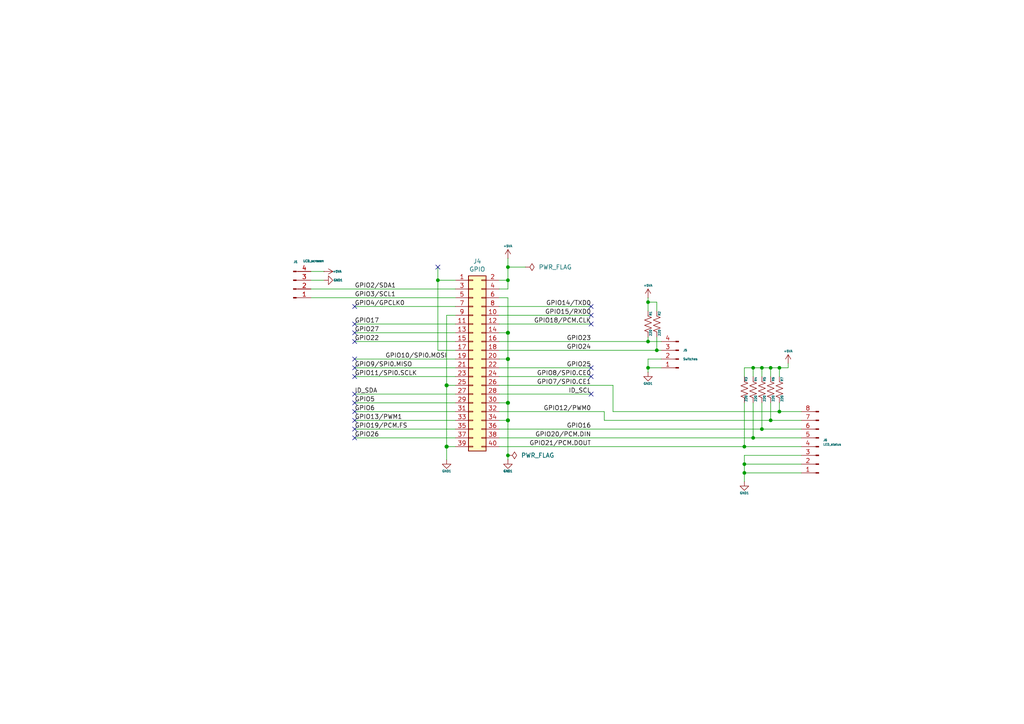
<source format=kicad_sch>
(kicad_sch (version 20231120) (generator "eeschema") (generator_version "8.0")
  (paper "A4")
  (lib_symbols
    (symbol "Connector:Conn_01x04_Pin" (pin_names (offset 1.016) hide)
      (property "Reference" "J" (at 0 5.08 0))
      (property "Value" "Conn_01x04_Pin" (at 0 -7.62 0))
      (symbol "Conn_01x04_Pin_1_1"
        (polyline (pts (xy 1.27 -5.08) (xy 0.8636 -5.08)) (stroke (width 0.1524)))
        (polyline (pts (xy 1.27 -2.54) (xy 0.8636 -2.54)) (stroke (width 0.1524)))
        (polyline (pts (xy 1.27 0) (xy 0.8636 0)) (stroke (width 0.1524)))
        (polyline (pts (xy 1.27 2.54) (xy 0.8636 2.54)) (stroke (width 0.1524)))
        (rectangle (start 0.8636 -4.953) (end 0 -5.207) (stroke (width 0.1524)) (fill (type outline)))
        (rectangle (start 0.8636 -2.413) (end 0 -2.667) (stroke (width 0.1524)) (fill (type outline)))
        (rectangle (start 0.8636 0.127) (end 0 -0.127) (stroke (width 0.1524)) (fill (type outline)))
        (rectangle (start 0.8636 2.667) (end 0 2.413) (stroke (width 0.1524)) (fill (type outline)))
        (pin passive line (at 5.08 2.54 180) (length 3.81) (name "Pin_1") (number "1"))
        (pin passive line (at 5.08 0 180) (length 3.81) (name "Pin_2") (number "2"))
        (pin passive line (at 5.08 -2.54 180) (length 3.81) (name "Pin_3") (number "3"))
        (pin passive line (at 5.08 -5.08 180) (length 3.81) (name "Pin_4") (number "4"))
      )
    )
    (symbol "Connector:Conn_01x08_Pin" (pin_names (offset 1.016) hide)
      (property "Reference" "J" (at 0 10.16 0))
      (property "Value" "Conn_01x08_Pin" (at 0 -12.7 0))
      (symbol "Conn_01x08_Pin_1_1"
        (polyline (pts (xy 1.27 -10.16) (xy 0.8636 -10.16)) (stroke (width 0.1524)))
        (polyline (pts (xy 1.27 -7.62) (xy 0.8636 -7.62)) (stroke (width 0.1524)))
        (polyline (pts (xy 1.27 -5.08) (xy 0.8636 -5.08)) (stroke (width 0.1524)))
        (polyline (pts (xy 1.27 -2.54) (xy 0.8636 -2.54)) (stroke (width 0.1524)))
        (polyline (pts (xy 1.27 0) (xy 0.8636 0)) (stroke (width 0.1524)))
        (polyline (pts (xy 1.27 2.54) (xy 0.8636 2.54)) (stroke (width 0.1524)))
        (polyline (pts (xy 1.27 5.08) (xy 0.8636 5.08)) (stroke (width 0.1524)))
        (polyline (pts (xy 1.27 7.62) (xy 0.8636 7.62)) (stroke (width 0.1524)))
        (rectangle (start 0.8636 -10.033) (end 0 -10.287) (stroke (width 0.1524)) (fill (type outline)))
        (rectangle (start 0.8636 -7.493) (end 0 -7.747) (stroke (width 0.1524)) (fill (type outline)))
        (rectangle (start 0.8636 -4.953) (end 0 -5.207) (stroke (width 0.1524)) (fill (type outline)))
        (rectangle (start 0.8636 -2.413) (end 0 -2.667) (stroke (width 0.1524)) (fill (type outline)))
        (rectangle (start 0.8636 0.127) (end 0 -0.127) (stroke (width 0.1524)) (fill (type outline)))
        (rectangle (start 0.8636 2.667) (end 0 2.413) (stroke (width 0.1524)) (fill (type outline)))
        (rectangle (start 0.8636 5.207) (end 0 4.953) (stroke (width 0.1524)) (fill (type outline)))
        (rectangle (start 0.8636 7.747) (end 0 7.493) (stroke (width 0.1524)) (fill (type outline)))
        (pin passive line (at 5.08 7.62 180) (length 3.81) (name "Pin_1") (number "1"))
        (pin passive line (at 5.08 5.08 180) (length 3.81) (name "Pin_2") (number "2"))
        (pin passive line (at 5.08 2.54 180) (length 3.81) (name "Pin_3") (number "3"))
        (pin passive line (at 5.08 0 180) (length 3.81) (name "Pin_4") (number "4"))
        (pin passive line (at 5.08 -2.54 180) (length 3.81) (name "Pin_5") (number "5"))
        (pin passive line (at 5.08 -5.08 180) (length 3.81) (name "Pin_6") (number "6"))
        (pin passive line (at 5.08 -7.62 180) (length 3.81) (name "Pin_7") (number "7"))
        (pin passive line (at 5.08 -10.16 180) (length 3.81) (name "Pin_8") (number "8"))
      )
    )
    (symbol "Connector_Generic:Conn_02x20_Odd_Even" (pin_names (offset 1.016) hide)
      (property "Reference" "J" (at 1.27 25.4 0))
      (property "Value" "Conn_02x20_Odd_Even" (at 1.27 -27.94 0))
      (symbol "Conn_02x20_Odd_Even_1_1"
        (rectangle (start -1.27 -25.273) (end 0 -25.527) (stroke (width 0.1524)))
        (rectangle (start -1.27 -22.733) (end 0 -22.987) (stroke (width 0.1524)))
        (rectangle (start -1.27 -20.193) (end 0 -20.447) (stroke (width 0.1524)))
        (rectangle (start -1.27 -17.653) (end 0 -17.907) (stroke (width 0.1524)))
        (rectangle (start -1.27 -15.113) (end 0 -15.367) (stroke (width 0.1524)))
        (rectangle (start -1.27 -12.573) (end 0 -12.827) (stroke (width 0.1524)))
        (rectangle (start -1.27 -10.033) (end 0 -10.287) (stroke (width 0.1524)))
        (rectangle (start -1.27 -7.493) (end 0 -7.747) (stroke (width 0.1524)))
        (rectangle (start -1.27 -4.953) (end 0 -5.207) (stroke (width 0.1524)))
        (rectangle (start -1.27 -2.413) (end 0 -2.667) (stroke (width 0.1524)))
        (rectangle (start -1.27 0.127) (end 0 -0.127) (stroke (width 0.1524)))
        (rectangle (start -1.27 2.667) (end 0 2.413) (stroke (width 0.1524)))
        (rectangle (start -1.27 5.207) (end 0 4.953) (stroke (width 0.1524)))
        (rectangle (start -1.27 7.747) (end 0 7.493) (stroke (width 0.1524)))
        (rectangle (start -1.27 10.287) (end 0 10.033) (stroke (width 0.1524)))
        (rectangle (start -1.27 12.827) (end 0 12.573) (stroke (width 0.1524)))
        (rectangle (start -1.27 15.367) (end 0 15.113) (stroke (width 0.1524)))
        (rectangle (start -1.27 17.907) (end 0 17.653) (stroke (width 0.1524)))
        (rectangle (start -1.27 20.447) (end 0 20.193) (stroke (width 0.1524)))
        (rectangle (start -1.27 22.987) (end 0 22.733) (stroke (width 0.1524)))
        (rectangle (start -1.27 24.13) (end 3.81 -26.67) (stroke (width 0.254)) (fill (type background)))
        (rectangle (start 3.81 -25.273) (end 2.54 -25.527) (stroke (width 0.1524)))
        (rectangle (start 3.81 -22.733) (end 2.54 -22.987) (stroke (width 0.1524)))
        (rectangle (start 3.81 -20.193) (end 2.54 -20.447) (stroke (width 0.1524)))
        (rectangle (start 3.81 -17.653) (end 2.54 -17.907) (stroke (width 0.1524)))
        (rectangle (start 3.81 -15.113) (end 2.54 -15.367) (stroke (width 0.1524)))
        (rectangle (start 3.81 -12.573) (end 2.54 -12.827) (stroke (width 0.1524)))
        (rectangle (start 3.81 -10.033) (end 2.54 -10.287) (stroke (width 0.1524)))
        (rectangle (start 3.81 -7.493) (end 2.54 -7.747) (stroke (width 0.1524)))
        (rectangle (start 3.81 -4.953) (end 2.54 -5.207) (stroke (width 0.1524)))
        (rectangle (start 3.81 -2.413) (end 2.54 -2.667) (stroke (width 0.1524)))
        (rectangle (start 3.81 0.127) (end 2.54 -0.127) (stroke (width 0.1524)))
        (rectangle (start 3.81 2.667) (end 2.54 2.413) (stroke (width 0.1524)))
        (rectangle (start 3.81 5.207) (end 2.54 4.953) (stroke (width 0.1524)))
        (rectangle (start 3.81 7.747) (end 2.54 7.493) (stroke (width 0.1524)))
        (rectangle (start 3.81 10.287) (end 2.54 10.033) (stroke (width 0.1524)))
        (rectangle (start 3.81 12.827) (end 2.54 12.573) (stroke (width 0.1524)))
        (rectangle (start 3.81 15.367) (end 2.54 15.113) (stroke (width 0.1524)))
        (rectangle (start 3.81 17.907) (end 2.54 17.653) (stroke (width 0.1524)))
        (rectangle (start 3.81 20.447) (end 2.54 20.193) (stroke (width 0.1524)))
        (rectangle (start 3.81 22.987) (end 2.54 22.733) (stroke (width 0.1524)))
        (pin passive line (at -5.08 22.86 0) (length 3.81) (name "Pin_1") (number "1"))
        (pin passive line (at 7.62 12.7 180) (length 3.81) (name "Pin_10") (number "10"))
        (pin passive line (at -5.08 10.16 0) (length 3.81) (name "Pin_11") (number "11"))
        (pin passive line (at 7.62 10.16 180) (length 3.81) (name "Pin_12") (number "12"))
        (pin passive line (at -5.08 7.62 0) (length 3.81) (name "Pin_13") (number "13"))
        (pin passive line (at 7.62 7.62 180) (length 3.81) (name "Pin_14") (number "14"))
        (pin passive line (at -5.08 5.08 0) (length 3.81) (name "Pin_15") (number "15"))
        (pin passive line (at 7.62 5.08 180) (length 3.81) (name "Pin_16") (number "16"))
        (pin passive line (at -5.08 2.54 0) (length 3.81) (name "Pin_17") (number "17"))
        (pin passive line (at 7.62 2.54 180) (length 3.81) (name "Pin_18") (number "18"))
        (pin passive line (at -5.08 0 0) (length 3.81) (name "Pin_19") (number "19"))
        (pin passive line (at 7.62 22.86 180) (length 3.81) (name "Pin_2") (number "2"))
        (pin passive line (at 7.62 0 180) (length 3.81) (name "Pin_20") (number "20"))
        (pin passive line (at -5.08 -2.54 0) (length 3.81) (name "Pin_21") (number "21"))
        (pin passive line (at 7.62 -2.54 180) (length 3.81) (name "Pin_22") (number "22"))
        (pin passive line (at -5.08 -5.08 0) (length 3.81) (name "Pin_23") (number "23"))
        (pin passive line (at 7.62 -5.08 180) (length 3.81) (name "Pin_24") (number "24"))
        (pin passive line (at -5.08 -7.62 0) (length 3.81) (name "Pin_25") (number "25"))
        (pin passive line (at 7.62 -7.62 180) (length 3.81) (name "Pin_26") (number "26"))
        (pin passive line (at -5.08 -10.16 0) (length 3.81) (name "Pin_27") (number "27"))
        (pin passive line (at 7.62 -10.16 180) (length 3.81) (name "Pin_28") (number "28"))
        (pin passive line (at -5.08 -12.7 0) (length 3.81) (name "Pin_29") (number "29"))
        (pin passive line (at -5.08 20.32 0) (length 3.81) (name "Pin_3") (number "3"))
        (pin passive line (at 7.62 -12.7 180) (length 3.81) (name "Pin_30") (number "30"))
        (pin passive line (at -5.08 -15.24 0) (length 3.81) (name "Pin_31") (number "31"))
        (pin passive line (at 7.62 -15.24 180) (length 3.81) (name "Pin_32") (number "32"))
        (pin passive line (at -5.08 -17.78 0) (length 3.81) (name "Pin_33") (number "33"))
        (pin passive line (at 7.62 -17.78 180) (length 3.81) (name "Pin_34") (number "34"))
        (pin passive line (at -5.08 -20.32 0) (length 3.81) (name "Pin_35") (number "35"))
        (pin passive line (at 7.62 -20.32 180) (length 3.81) (name "Pin_36") (number "36"))
        (pin passive line (at -5.08 -22.86 0) (length 3.81) (name "Pin_37") (number "37"))
        (pin passive line (at 7.62 -22.86 180) (length 3.81) (name "Pin_38") (number "38"))
        (pin passive line (at -5.08 -25.4 0) (length 3.81) (name "Pin_39") (number "39"))
        (pin passive line (at 7.62 20.32 180) (length 3.81) (name "Pin_4") (number "4"))
        (pin passive line (at 7.62 -25.4 180) (length 3.81) (name "Pin_40") (number "40"))
        (pin passive line (at -5.08 17.78 0) (length 3.81) (name "Pin_5") (number "5"))
        (pin passive line (at 7.62 17.78 180) (length 3.81) (name "Pin_6") (number "6"))
        (pin passive line (at -5.08 15.24 0) (length 3.81) (name "Pin_7") (number "7"))
        (pin passive line (at 7.62 15.24 180) (length 3.81) (name "Pin_8") (number "8"))
        (pin passive line (at -5.08 12.7 0) (length 3.81) (name "Pin_9") (number "9"))
      )
    )
    (symbol "Device:R_US" (pin_numbers hide) (pin_names (offset 0))
      (property "Reference" "R" (at 2.54 0 90))
      (property "Value" "R_US" (at -2.54 0 90))
      (symbol "R_US_0_1"
        (polyline (pts (xy 0 -2.286) (xy 0 -2.54)))
        (polyline (pts (xy 0 2.286) (xy 0 2.54)))
        (polyline (pts (xy 0 -0.762) (xy 1.016 -1.143) (xy 0 -1.524) (xy -1.016 -1.905) (xy 0 -2.286)))
        (polyline (pts (xy 0 0.762) (xy 1.016 0.381) (xy 0 0) (xy -1.016 -0.381) (xy 0 -0.762)))
        (polyline (pts (xy 0 2.286) (xy 1.016 1.905) (xy 0 1.524) (xy -1.016 1.143) (xy 0 0.762)))
      )
      (symbol "R_US_1_1"
        (pin passive line (at 0 3.81 270) (length 1.27) (name "~") (number "1"))
        (pin passive line (at 0 -3.81 90) (length 1.27) (name "~") (number "2"))
      )
    )
    (symbol "power:+5VA" (power) (pin_numbers hide) (pin_names (offset 0) hide)
      (property "Value" "+5VA" (at 0 3.556 0))
      (symbol "+5VA_0_1"
        (polyline (pts (xy -0.762 1.27) (xy 0 2.54)))
        (polyline (pts (xy 0 0) (xy 0 2.54)))
        (polyline (pts (xy 0 2.54) (xy 0.762 1.27)))
      )
      (symbol "+5VA_1_1"
        (pin power_in line (at 0 0 90) (length 0) (name "~") (number "1"))
      )
    )
    (symbol "power:GND1" (power) (pin_numbers hide) (pin_names (offset 0) hide)
      (property "Value" "GND1" (at 0 -3.81 0))
      (symbol "GND1_0_1"
        (polyline (pts (xy 0 0) (xy 0 -1.27) (xy 1.27 -1.27) (xy 0 -2.54) (xy -1.27 -1.27) (xy 0 -1.27)))
      )
      (symbol "GND1_1_1"
        (pin power_in line (at 0 0 270) (length 0) (name "~") (number "1"))
      )
    )
    (symbol "power:PWR_FLAG" (power) (pin_numbers hide) (pin_names (offset 0) hide)
      (property "Value" "PWR_FLAG" (at 0 3.81 0))
      (symbol "PWR_FLAG_0_0"
        (pin power_out line (at 0 0 90) (length 0) (name "~") (number "1"))
      )
      (symbol "PWR_FLAG_0_1"
        (polyline (pts (xy 0 0) (xy 0 1.27) (xy -1.016 1.905) (xy 0 2.54) (xy 1.016 1.905) (xy 0 1.27)))
      )
    )
  )
  (junction (at 223.52 106.68))
  (junction (at 218.44 127))
  (junction (at 129.54 129.54) (diameter 1.016))
  (junction (at 147.32 77.47))
  (junction (at 190.5 101.6))
  (junction (at 223.52 121.92))
  (junction (at 220.98 106.68))
  (junction (at 147.32 121.92) (diameter 1.016))
  (junction (at 187.96 99.06))
  (junction (at 215.9 137.16))
  (junction (at 127 81.28))
  (junction (at 129.54 111.76) (diameter 1.016))
  (junction (at 187.96 87.63))
  (junction (at 187.96 106.68))
  (junction (at 147.32 104.14) (diameter 1.016))
  (junction (at 218.44 106.68))
  (junction (at 226.06 119.38))
  (junction (at 226.06 106.68))
  (junction (at 215.9 129.54))
  (junction (at 220.98 124.46))
  (junction (at 147.32 116.84) (diameter 1.016))
  (junction (at 215.9 134.62))
  (junction (at 147.32 81.28))
  (junction (at 147.32 96.52) (diameter 1.016))
  (junction (at 147.32 132.08))
  (no_connect (at 102.87 119.38))
  (no_connect (at 171.45 93.98))
  (no_connect (at 102.87 124.46))
  (no_connect (at 171.45 106.68))
  (no_connect (at 102.87 96.52))
  (no_connect (at 171.45 91.44))
  (no_connect (at 102.87 93.98))
  (no_connect (at 102.87 106.68))
  (no_connect (at 102.87 127))
  (no_connect (at 127 77.47))
  (no_connect (at 102.87 88.9))
  (no_connect (at 102.87 99.06))
  (no_connect (at 102.87 114.3))
  (no_connect (at 171.45 109.22))
  (no_connect (at 102.87 121.92))
  (no_connect (at 171.45 114.3))
  (no_connect (at 171.45 88.9))
  (no_connect (at 102.87 109.22))
  (no_connect (at 102.87 104.14))
  (no_connect (at 102.87 116.84))
  (wire (pts (xy 129.54 91.44) (xy 132.08 91.44)))
  (wire (pts (xy 215.9 134.62) (xy 215.9 137.16)))
  (wire (pts (xy 129.54 111.76) (xy 132.08 111.76)))
  (wire (pts (xy 215.9 106.68) (xy 215.9 109.22)))
  (wire (pts (xy 129.54 91.44) (xy 129.54 111.76)))
  (wire (pts (xy 102.87 127) (xy 132.08 127)))
  (wire (pts (xy 175.26 121.92) (xy 175.26 119.38)))
  (wire (pts (xy 144.78 99.06) (xy 187.96 99.06)))
  (wire (pts (xy 132.08 101.6) (xy 127 101.6)))
  (wire (pts (xy 102.87 124.46) (xy 132.08 124.46)))
  (wire (pts (xy 191.77 104.14) (xy 187.96 104.14)))
  (wire (pts (xy 187.96 99.06) (xy 191.77 99.06)))
  (wire (pts (xy 147.32 83.82) (xy 144.78 83.82)))
  (wire (pts (xy 144.78 106.68) (xy 171.45 106.68)))
  (wire (pts (xy 147.32 77.47) (xy 147.32 81.28)))
  (wire (pts (xy 147.32 116.84) (xy 147.32 121.92)))
  (wire (pts (xy 190.5 101.6) (xy 191.77 101.6)))
  (wire (pts (xy 187.96 106.68) (xy 191.77 106.68)))
  (wire (pts (xy 226.06 116.84) (xy 226.06 119.38)))
  (wire (pts (xy 215.9 116.84) (xy 215.9 129.54)))
  (wire (pts (xy 218.44 127) (xy 232.41 127)))
  (wire (pts (xy 187.96 86.36) (xy 187.96 87.63)))
  (wire (pts (xy 218.44 106.68) (xy 218.44 109.22)))
  (wire (pts (xy 215.9 137.16) (xy 215.9 139.7)))
  (wire (pts (xy 90.17 83.82) (xy 132.08 83.82)))
  (wire (pts (xy 187.96 87.63) (xy 187.96 90.17)))
  (wire (pts (xy 218.44 116.84) (xy 218.44 127)))
  (wire (pts (xy 220.98 106.68) (xy 220.98 109.22)))
  (wire (pts (xy 144.78 129.54) (xy 215.9 129.54)))
  (wire (pts (xy 228.6 105.41) (xy 228.6 106.68)))
  (wire (pts (xy 215.9 134.62) (xy 232.41 134.62)))
  (wire (pts (xy 177.8 119.38) (xy 226.06 119.38)))
  (wire (pts (xy 147.32 74.93) (xy 147.32 77.47)))
  (wire (pts (xy 102.87 99.06) (xy 132.08 99.06)))
  (wire (pts (xy 129.54 111.76) (xy 129.54 129.54)))
  (wire (pts (xy 223.52 121.92) (xy 175.26 121.92)))
  (wire (pts (xy 144.78 101.6) (xy 190.5 101.6)))
  (wire (pts (xy 177.8 119.38) (xy 177.8 111.76)))
  (wire (pts (xy 144.78 119.38) (xy 175.26 119.38)))
  (wire (pts (xy 144.78 114.3) (xy 171.45 114.3)))
  (wire (pts (xy 93.98 78.74) (xy 90.17 78.74)))
  (wire (pts (xy 220.98 116.84) (xy 220.98 124.46)))
  (wire (pts (xy 144.78 124.46) (xy 220.98 124.46)))
  (wire (pts (xy 129.54 129.54) (xy 129.54 133.35)))
  (wire (pts (xy 144.78 88.9) (xy 171.45 88.9)))
  (wire (pts (xy 147.32 96.52) (xy 144.78 96.52)))
  (wire (pts (xy 102.87 106.68) (xy 132.08 106.68)))
  (wire (pts (xy 223.52 106.68) (xy 223.52 109.22)))
  (wire (pts (xy 127 101.6) (xy 127 81.28)))
  (wire (pts (xy 215.9 137.16) (xy 232.41 137.16)))
  (wire (pts (xy 90.17 86.36) (xy 132.08 86.36)))
  (wire (pts (xy 147.32 77.47) (xy 152.4 77.47)))
  (wire (pts (xy 93.98 81.28) (xy 90.17 81.28)))
  (wire (pts (xy 226.06 106.68) (xy 226.06 109.22)))
  (wire (pts (xy 144.78 93.98) (xy 171.45 93.98)))
  (wire (pts (xy 147.32 116.84) (xy 144.78 116.84)))
  (wire (pts (xy 218.44 106.68) (xy 220.98 106.68)))
  (wire (pts (xy 215.9 132.08) (xy 215.9 134.62)))
  (wire (pts (xy 147.32 81.28) (xy 147.32 83.82)))
  (wire (pts (xy 147.32 86.36) (xy 147.32 96.52)))
  (wire (pts (xy 127 81.28) (xy 132.08 81.28)))
  (wire (pts (xy 220.98 124.46) (xy 232.41 124.46)))
  (wire (pts (xy 144.78 91.44) (xy 171.45 91.44)))
  (wire (pts (xy 102.87 109.22) (xy 132.08 109.22)))
  (wire (pts (xy 223.52 116.84) (xy 223.52 121.92)))
  (wire (pts (xy 215.9 129.54) (xy 232.41 129.54)))
  (wire (pts (xy 187.96 106.68) (xy 187.96 107.95)))
  (wire (pts (xy 187.96 87.63) (xy 190.5 87.63)))
  (wire (pts (xy 215.9 132.08) (xy 232.41 132.08)))
  (wire (pts (xy 147.32 96.52) (xy 147.32 104.14)))
  (wire (pts (xy 187.96 104.14) (xy 187.96 106.68)))
  (wire (pts (xy 144.78 127) (xy 218.44 127)))
  (wire (pts (xy 147.32 81.28) (xy 144.78 81.28)))
  (wire (pts (xy 102.87 116.84) (xy 132.08 116.84)))
  (wire (pts (xy 226.06 106.68) (xy 228.6 106.68)))
  (wire (pts (xy 147.32 104.14) (xy 147.32 116.84)))
  (wire (pts (xy 232.41 121.92) (xy 223.52 121.92)))
  (wire (pts (xy 220.98 106.68) (xy 223.52 106.68)))
  (wire (pts (xy 102.87 96.52) (xy 132.08 96.52)))
  (wire (pts (xy 127 81.28) (xy 127 77.47)))
  (wire (pts (xy 232.41 119.38) (xy 226.06 119.38)))
  (wire (pts (xy 132.08 114.3) (xy 102.87 114.3)))
  (wire (pts (xy 147.32 86.36) (xy 144.78 86.36)))
  (wire (pts (xy 147.32 104.14) (xy 144.78 104.14)))
  (wire (pts (xy 129.54 129.54) (xy 132.08 129.54)))
  (wire (pts (xy 144.78 111.76) (xy 177.8 111.76)))
  (wire (pts (xy 144.78 109.22) (xy 171.45 109.22)))
  (wire (pts (xy 187.96 97.79) (xy 187.96 99.06)))
  (wire (pts (xy 223.52 106.68) (xy 226.06 106.68)))
  (wire (pts (xy 147.32 132.08) (xy 147.32 133.35)))
  (wire (pts (xy 132.08 93.98) (xy 102.87 93.98)))
  (wire (pts (xy 132.08 121.92) (xy 102.87 121.92)))
  (wire (pts (xy 215.9 106.68) (xy 218.44 106.68)))
  (wire (pts (xy 102.87 119.38) (xy 132.08 119.38)))
  (wire (pts (xy 147.32 121.92) (xy 144.78 121.92)))
  (wire (pts (xy 102.87 88.9) (xy 132.08 88.9)))
  (wire (pts (xy 190.5 90.17) (xy 190.5 87.63)))
  (wire (pts (xy 147.32 121.92) (xy 147.32 132.08)))
  (wire (pts (xy 190.5 97.79) (xy 190.5 101.6)))
  (wire (pts (xy 102.87 104.14) (xy 132.08 104.14)))
  (label "GPIO24" (at 171.45 101.6 180))
  (label "GPIO9{slash}SPI0.MISO" (at 102.87 106.68 0))
  (label "GPIO22" (at 102.87 99.06 0))
  (label "GPIO19{slash}PCM.FS" (at 102.87 124.46 0))
  (label "GPIO5" (at 102.87 116.84 0))
  (label "GPIO13{slash}PWM1" (at 102.87 121.92 0))
  (label "GPIO21{slash}PCM.DOUT" (at 171.45 129.54 180))
  (label "GPIO15{slash}RXD0" (at 171.45 91.44 180))
  (label "GPIO11{slash}SPI0.SCLK" (at 102.87 109.22 0))
  (label "GPIO18{slash}PCM.CLK" (at 171.45 93.98 180))
  (label "GPIO2{slash}SDA1" (at 102.87 83.82 0))
  (label "GPIO17" (at 102.87 93.98 0))
  (label "GPIO12{slash}PWM0" (at 171.45 119.38 180))
  (label "GPIO25" (at 171.45 106.68 180))
  (label "GPIO27" (at 102.87 96.52 0))
  (label "GPIO10{slash}SPI0.MOSI" (at 111.76 104.14 0))
  (label "GPIO16" (at 171.45 124.46 180))
  (label "GPIO20{slash}PCM.DIN" (at 171.45 127 180))
  (label "GPIO8{slash}SPI0.CE0" (at 171.45 109.22 180))
  (label "GPIO26" (at 102.87 127 0))
  (label "GPIO14{slash}TXD0" (at 171.45 88.9 180))
  (label "ID_SDA" (at 102.87 114.3 0))
  (label "GPIO6" (at 102.87 119.38 0))
  (label "GPIO7{slash}SPI0.CE1" (at 171.45 111.76 180))
  (label "GPIO4{slash}GPCLK0" (at 102.87 88.9 0))
  (label "GPIO3{slash}SCL1" (at 102.87 86.36 0))
  (label "ID_SCL" (at 171.45 114.3 180))
  (label "GPIO23" (at 171.45 99.06 180))
  (symbol (lib_id "power:GND1") (at 129.54 133.35 0) (unit 1)
    (property "Reference" "#PWR01" (effects (hide yes)))
    (property "Value" "GND1" (at 129.54 136.652 0) (effects (font (size 0.635 0.635))))
    (property "Description" "Power symbol creates a global label with name \"GND1\" , ground" (effects (hide yes)))
  )
  (symbol (lib_id "Device:R_US") (at 226.06 113.03 0) (unit 1)
    (property "Reference" "R7" (at 226.822 109.982 90) (effects (font (size 0.635 0.635))))
    (property "Value" "220" (at 226.822 115.57 90) (effects (font (size 0.635 0.635))))
    (property "Footprint" "Resistor_THT:R_Axial_DIN0309_L9.0mm_D3.2mm_P12.70mm_Horizontal" (effects (hide yes)))
    (property "Description" "Resistor, US symbol" (effects (hide yes)))
  )
  (symbol (lib_id "Device:R_US") (at 223.52 113.03 0) (unit 1)
    (property "Reference" "R6" (at 224.282 109.982 90) (effects (font (size 0.635 0.635))))
    (property "Value" "220" (at 224.282 115.57 90) (effects (font (size 0.635 0.635))))
    (property "Footprint" "Resistor_THT:R_Axial_DIN0309_L9.0mm_D3.2mm_P12.70mm_Horizontal" (effects (hide yes)))
    (property "Description" "Resistor, US symbol" (effects (hide yes)))
  )
  (symbol (lib_id "Connector:Conn_01x04_Pin") (at 85.09 83.82 0) (mirror x) (unit 1) (exclude_from_sim yes)
    (property "Reference" "J1" (at 86.36 75.946 0) (effects (font (size 0.635 0.635)) (justify right)))
    (property "Value" "LCD_screeen" (at 93.98 75.692 0) (effects (font (size 0.635 0.635)) (justify right)))
    (property "Footprint" "Connector_Molex:Molex_KK-254_AE-6410-04A_1x04_P2.54mm_Vertical" (effects (hide yes)))
    (property "Description" "Generic connector, single row, 01x04, script generated" (effects (hide yes)))
  )
  (symbol (lib_id "power:GND1") (at 187.96 107.95 0) (unit 1)
    (property "Reference" "#PWR05" (effects (hide yes)))
    (property "Value" "GND1" (at 187.96 111.252 0) (effects (font (size 0.635 0.635))))
    (property "Description" "Power symbol creates a global label with name \"GND1\" , ground" (effects (hide yes)))
  )
  (symbol (lib_id "Device:R_US") (at 190.5 93.98 0) (unit 1)
    (property "Reference" "R2" (at 191.262 90.932 90) (effects (font (size 0.635 0.635))))
    (property "Value" "220" (at 191.262 96.52 90) (effects (font (size 0.635 0.635))))
    (property "Footprint" "Resistor_THT:R_Axial_DIN0309_L9.0mm_D3.2mm_P12.70mm_Horizontal" (effects (hide yes)))
    (property "Description" "Resistor, US symbol" (effects (hide yes)))
  )
  (symbol (lib_id "Connector:Conn_01x08_Pin") (at 237.49 129.54 180) (unit 1) (exclude_from_sim yes)
    (property "Reference" "J6" (at 238.76 127.635 0) (effects (font (size 0.635 0.635)) (justify right)))
    (property "Value" "LED_status" (at 238.76 128.905 0) (effects (font (size 0.635 0.635)) (justify right)))
    (property "Footprint" "Connector_Molex:Molex_KK-254_AE-6410-08A_1x08_P2.54mm_Vertical" (effects (hide yes)))
    (property "Description" "Generic connector, single row, 01x08, script generated" (effects (hide yes)))
  )
  (symbol (lib_id "power:+5VA") (at 147.32 74.93 0) (unit 1)
    (property "Reference" "#PWR04" (effects (hide yes)))
    (property "Value" "+5VA" (at 147.32 71.374 0) (effects (font (size 0.635 0.635))))
    (property "Description" "Power symbol creates a global label with name \"+5VA\"" (effects (hide yes)))
  )
  (symbol (lib_id "power:PWR_FLAG") (at 152.4 77.47 270) (unit 1)
    (property "Reference" "#FLG04" (effects (hide yes)))
    (property "Value" "PWR_FLAG" (at 156.21 77.4699 90) (effects (justify left)))
    (property "Description" "Special symbol for telling ERC where power comes from" (effects (hide yes)))
  )
  (symbol (lib_id "Connector_Generic:Conn_02x20_Odd_Even") (at 137.16 104.14 0) (unit 1) (exclude_from_sim yes)
    (property "Reference" "J4" (at 138.43 75.7998 0))
    (property "Value" "GPIO" (at 138.43 78.105 0))
    (property "Footprint" "Module:Raspberry_Pi_Zero_Socketed_THT_FaceDown_MountingHoles" (effects (hide yes)))
  )
  (symbol (lib_id "power:+5VA") (at 228.6 105.41 0) (unit 1)
    (property "Reference" "#PWR016" (effects (hide yes)))
    (property "Value" "+5VA" (at 228.6 101.854 0) (effects (font (size 0.635 0.635))))
    (property "Description" "Power symbol creates a global label with name \"+5VA\"" (effects (hide yes)))
  )
  (symbol (lib_id "power:+5VA") (at 187.96 86.36 0) (unit 1)
    (property "Reference" "#PWR015" (effects (hide yes)))
    (property "Value" "+5VA" (at 187.96 82.804 0) (effects (font (size 0.635 0.635))))
    (property "Description" "Power symbol creates a global label with name \"+5VA\"" (effects (hide yes)))
  )
  (symbol (lib_id "Device:R_US") (at 220.98 113.03 0) (unit 1)
    (property "Reference" "R5" (at 221.742 109.982 90) (effects (font (size 0.635 0.635))))
    (property "Value" "220" (at 221.742 115.57 90) (effects (font (size 0.635 0.635))))
    (property "Footprint" "Resistor_THT:R_Axial_DIN0309_L9.0mm_D3.2mm_P12.70mm_Horizontal" (effects (hide yes)))
    (property "Description" "Resistor, US symbol" (effects (hide yes)))
  )
  (symbol (lib_id "Device:R_US") (at 215.9 113.03 0) (unit 1)
    (property "Reference" "R3" (at 216.408 109.982 90) (effects (font (size 0.635 0.635))))
    (property "Value" "220" (at 216.408 115.57 90) (effects (font (size 0.635 0.635))))
    (property "Footprint" "Resistor_THT:R_Axial_DIN0309_L9.0mm_D3.2mm_P12.70mm_Horizontal" (effects (hide yes)))
    (property "Description" "Resistor, US symbol" (effects (hide yes)))
  )
  (symbol (lib_id "power:PWR_FLAG") (at 147.32 132.08 270) (unit 1)
    (property "Reference" "#FLG05" (effects (hide yes)))
    (property "Value" "PWR_FLAG" (at 151.13 132.0799 90) (effects (justify left)))
    (property "Description" "Special symbol for telling ERC where power comes from" (effects (hide yes)))
  )
  (symbol (lib_id "power:GND1") (at 93.98 81.28 90) (unit 1)
    (property "Reference" "#PWR02" (effects (hide yes)))
    (property "Value" "GND1" (at 98.044 81.28 90) (effects (font (size 0.635 0.635))))
    (property "Description" "Power symbol creates a global label with name \"GND1\" , ground" (effects (hide yes)))
  )
  (symbol (lib_id "Device:R_US") (at 218.44 113.03 0) (unit 1)
    (property "Reference" "R4" (at 219.202 109.982 90) (effects (font (size 0.635 0.635))))
    (property "Value" "220" (at 219.202 115.57 90) (effects (font (size 0.635 0.635))))
    (property "Footprint" "Resistor_THT:R_Axial_DIN0309_L9.0mm_D3.2mm_P12.70mm_Horizontal" (effects (hide yes)))
    (property "Description" "Resistor, US symbol" (effects (hide yes)))
  )
  (symbol (lib_id "power:+5VA") (at 93.98 78.74 270) (unit 1)
    (property "Reference" "#PWR010" (effects (hide yes)))
    (property "Value" "+5VA" (at 97.79 78.74 90) (effects (font (size 0.635 0.635))))
    (property "Description" "Power symbol creates a global label with name \"+5VA\"" (effects (hide yes)))
  )
  (symbol (lib_id "Device:R_US") (at 187.96 93.98 0) (unit 1)
    (property "Reference" "R1" (at 188.722 90.932 90) (effects (font (size 0.635 0.635))))
    (property "Value" "220" (at 188.722 96.52 90) (effects (font (size 0.635 0.635))))
    (property "Footprint" "Resistor_THT:R_Axial_DIN0309_L9.0mm_D3.2mm_P12.70mm_Horizontal" (effects (hide yes)))
    (property "Description" "Resistor, US symbol" (effects (hide yes)))
  )
  (symbol (lib_id "Connector:Conn_01x04_Pin") (at 196.85 104.14 180) (unit 1) (exclude_from_sim yes)
    (property "Reference" "J5" (at 198.12 101.5999 0) (effects (font (size 0.635 0.635)) (justify right)))
    (property "Value" "Switches" (at 198.12 104.1399 0) (effects (font (size 0.635 0.635)) (justify right)))
    (property "Footprint" "Connector_Molex:Molex_KK-254_AE-6410-04A_1x04_P2.54mm_Vertical" (effects (hide yes)))
    (property "Description" "Generic connector, single row, 01x04, script generated" (effects (hide yes)))
  )
  (symbol (lib_id "power:GND1") (at 215.9 139.7 0) (unit 1)
    (property "Reference" "#PWR06" (effects (hide yes)))
    (property "Value" "GND1" (at 215.9 143.002 0) (effects (font (size 0.635 0.635))))
    (property "Description" "Power symbol creates a global label with name \"GND1\" , ground" (effects (hide yes)))
  )
  (symbol (lib_id "power:GND1") (at 147.32 133.35 0) (unit 1)
    (property "Reference" "#PWR03" (effects (hide yes)))
    (property "Value" "GND1" (at 147.32 136.652 0) (effects (font (size 0.635 0.635))))
    (property "Description" "Power symbol creates a global label with name \"GND1\" , ground" (effects (hide yes)))
  )
)
</source>
